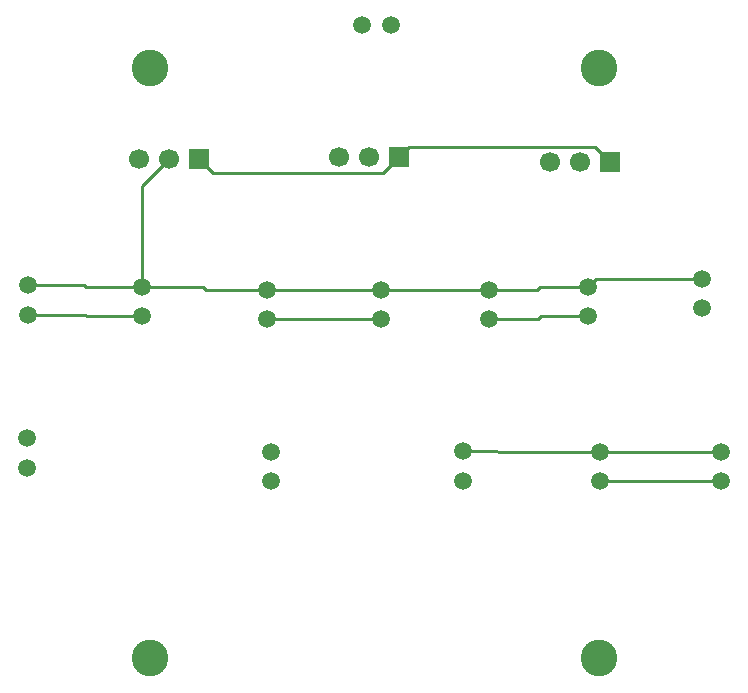
<source format=gbl>
G04*
G04 #@! TF.GenerationSoftware,Altium Limited,Altium Designer,24.1.2 (44)*
G04*
G04 Layer_Physical_Order=2*
G04 Layer_Color=16711680*
%FSLAX44Y44*%
%MOMM*%
G71*
G04*
G04 #@! TF.SameCoordinates,F9B8B196-E0EE-4284-85E4-D25C29C198F4*
G04*
G04*
G04 #@! TF.FilePolarity,Positive*
G04*
G01*
G75*
%ADD14C,0.2540*%
%ADD16C,1.4986*%
%ADD19C,3.1000*%
%ADD20C,1.7000*%
%ADD21R,1.7000X1.7000*%
D14*
X522878Y324720D02*
X580390D01*
X464820Y325120D02*
X522878Y324720D01*
X576980Y471170D02*
X666750D01*
X570230Y464420D02*
X576980Y471170D01*
X146050Y439420D02*
X193040D01*
X144780Y440690D02*
X146050Y439420D01*
X96520Y440690D02*
X144780D01*
X530860Y439420D02*
X570230D01*
X528320Y436880D02*
X530860Y439420D01*
X486410Y436880D02*
X528320D01*
X193040Y464420D02*
Y549910D01*
X215900Y572770D01*
X576834Y582676D02*
X589280Y570230D01*
X418846Y582676D02*
X576834D01*
X410210Y574040D02*
X418846Y582676D01*
X397002Y560832D02*
X410210Y574040D01*
X253238Y560832D02*
X397002D01*
X241300Y572770D02*
X253238Y560832D01*
X580390Y324720D02*
X683260D01*
X145288Y464420D02*
X193040D01*
X144018Y465690D02*
X145288Y464420D01*
X96520Y465690D02*
X144018D01*
X246888Y461880D02*
X298450D01*
X244348Y464420D02*
X246888Y461880D01*
X193040Y464420D02*
X244348D01*
X298450Y461880D02*
X394970D01*
X486410D01*
X529590Y464420D02*
X570230D01*
X527050Y461880D02*
X529590Y464420D01*
X486410Y461880D02*
X527050D01*
X580390Y299720D02*
X683260D01*
X298450Y436880D02*
X394970D01*
D16*
X403860Y685800D02*
D03*
X378860D02*
D03*
X666750Y446170D02*
D03*
Y471170D02*
D03*
X486410Y436880D02*
D03*
Y461880D02*
D03*
X298450Y436880D02*
D03*
Y461880D02*
D03*
X96520Y440690D02*
D03*
Y465690D02*
D03*
X580390Y299720D02*
D03*
Y324720D02*
D03*
X570230Y439420D02*
D03*
Y464420D02*
D03*
X394970Y436880D02*
D03*
Y461880D02*
D03*
X193040Y439420D02*
D03*
Y464420D02*
D03*
X683260Y299720D02*
D03*
Y324720D02*
D03*
X464820Y300120D02*
D03*
Y325120D02*
D03*
X302260Y299720D02*
D03*
Y324720D02*
D03*
X95250Y311150D02*
D03*
Y336150D02*
D03*
D19*
X580000Y150000D02*
D03*
X200000D02*
D03*
X580000Y650000D02*
D03*
X200000D02*
D03*
D20*
X538480Y570230D02*
D03*
X563880D02*
D03*
X359410Y574040D02*
D03*
X384810D02*
D03*
X190500Y572770D02*
D03*
X215900D02*
D03*
D21*
X589280Y570230D02*
D03*
X410210Y574040D02*
D03*
X241300Y572770D02*
D03*
M02*

</source>
